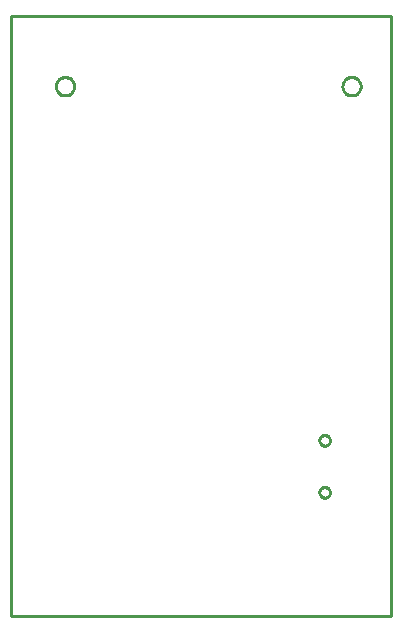
<source format=gbr>
G04 EAGLE Gerber RS-274X export*
G75*
%MOMM*%
%FSLAX34Y34*%
%LPD*%
%IN*%
%IPPOS*%
%AMOC8*
5,1,8,0,0,1.08239X$1,22.5*%
G01*
%ADD10C,0.254000*%


D10*
X0Y0D02*
X321310Y0D01*
X321310Y508000D01*
X0Y508000D01*
X0Y0D01*
X260930Y105295D02*
X261007Y105880D01*
X261160Y106450D01*
X261385Y106995D01*
X261680Y107505D01*
X262039Y107973D01*
X262457Y108391D01*
X262925Y108750D01*
X263435Y109045D01*
X263980Y109270D01*
X264550Y109423D01*
X265135Y109500D01*
X265725Y109500D01*
X266310Y109423D01*
X266880Y109270D01*
X267425Y109045D01*
X267935Y108750D01*
X268403Y108391D01*
X268821Y107973D01*
X269180Y107505D01*
X269475Y106995D01*
X269700Y106450D01*
X269853Y105880D01*
X269930Y105295D01*
X269930Y104705D01*
X269853Y104120D01*
X269700Y103550D01*
X269475Y103005D01*
X269180Y102495D01*
X268821Y102027D01*
X268403Y101609D01*
X267935Y101250D01*
X267425Y100955D01*
X266880Y100730D01*
X266310Y100577D01*
X265725Y100500D01*
X265135Y100500D01*
X264550Y100577D01*
X263980Y100730D01*
X263435Y100955D01*
X262925Y101250D01*
X262457Y101609D01*
X262039Y102027D01*
X261680Y102495D01*
X261385Y103005D01*
X261160Y103550D01*
X261007Y104120D01*
X260930Y104705D01*
X260930Y105295D01*
X260930Y149295D02*
X261007Y149880D01*
X261160Y150450D01*
X261385Y150995D01*
X261680Y151505D01*
X262039Y151973D01*
X262457Y152391D01*
X262925Y152750D01*
X263435Y153045D01*
X263980Y153270D01*
X264550Y153423D01*
X265135Y153500D01*
X265725Y153500D01*
X266310Y153423D01*
X266880Y153270D01*
X267425Y153045D01*
X267935Y152750D01*
X268403Y152391D01*
X268821Y151973D01*
X269180Y151505D01*
X269475Y150995D01*
X269700Y150450D01*
X269853Y149880D01*
X269930Y149295D01*
X269930Y148705D01*
X269853Y148120D01*
X269700Y147550D01*
X269475Y147005D01*
X269180Y146495D01*
X268821Y146027D01*
X268403Y145609D01*
X267935Y145250D01*
X267425Y144955D01*
X266880Y144730D01*
X266310Y144577D01*
X265725Y144500D01*
X265135Y144500D01*
X264550Y144577D01*
X263980Y144730D01*
X263435Y144955D01*
X262925Y145250D01*
X262457Y145609D01*
X262039Y146027D01*
X261680Y146495D01*
X261385Y147005D01*
X261160Y147550D01*
X261007Y148120D01*
X260930Y148705D01*
X260930Y149295D01*
X46081Y456650D02*
X46839Y456575D01*
X47585Y456427D01*
X48314Y456206D01*
X49018Y455914D01*
X49689Y455555D01*
X50322Y455132D01*
X50911Y454649D01*
X51449Y454111D01*
X51932Y453522D01*
X52355Y452889D01*
X52714Y452218D01*
X53006Y451514D01*
X53227Y450785D01*
X53375Y450039D01*
X53450Y449281D01*
X53450Y448519D01*
X53375Y447761D01*
X53227Y447015D01*
X53006Y446286D01*
X52714Y445582D01*
X52355Y444911D01*
X51932Y444278D01*
X51449Y443689D01*
X50911Y443151D01*
X50322Y442668D01*
X49689Y442245D01*
X49018Y441886D01*
X48314Y441594D01*
X47585Y441373D01*
X46839Y441225D01*
X46081Y441150D01*
X45319Y441150D01*
X44561Y441225D01*
X43815Y441373D01*
X43086Y441594D01*
X42382Y441886D01*
X41711Y442245D01*
X41078Y442668D01*
X40489Y443151D01*
X39951Y443689D01*
X39468Y444278D01*
X39045Y444911D01*
X38686Y445582D01*
X38394Y446286D01*
X38173Y447015D01*
X38025Y447761D01*
X37950Y448519D01*
X37950Y449281D01*
X38025Y450039D01*
X38173Y450785D01*
X38394Y451514D01*
X38686Y452218D01*
X39045Y452889D01*
X39468Y453522D01*
X39951Y454111D01*
X40489Y454649D01*
X41078Y455132D01*
X41711Y455555D01*
X42382Y455914D01*
X43086Y456206D01*
X43815Y456427D01*
X44561Y456575D01*
X45319Y456650D01*
X46081Y456650D01*
X288681Y456650D02*
X289439Y456575D01*
X290185Y456427D01*
X290914Y456206D01*
X291618Y455914D01*
X292289Y455555D01*
X292922Y455132D01*
X293511Y454649D01*
X294049Y454111D01*
X294532Y453522D01*
X294955Y452889D01*
X295314Y452218D01*
X295606Y451514D01*
X295827Y450785D01*
X295975Y450039D01*
X296050Y449281D01*
X296050Y448519D01*
X295975Y447761D01*
X295827Y447015D01*
X295606Y446286D01*
X295314Y445582D01*
X294955Y444911D01*
X294532Y444278D01*
X294049Y443689D01*
X293511Y443151D01*
X292922Y442668D01*
X292289Y442245D01*
X291618Y441886D01*
X290914Y441594D01*
X290185Y441373D01*
X289439Y441225D01*
X288681Y441150D01*
X287919Y441150D01*
X287161Y441225D01*
X286415Y441373D01*
X285686Y441594D01*
X284982Y441886D01*
X284311Y442245D01*
X283678Y442668D01*
X283089Y443151D01*
X282551Y443689D01*
X282068Y444278D01*
X281645Y444911D01*
X281286Y445582D01*
X280994Y446286D01*
X280773Y447015D01*
X280625Y447761D01*
X280550Y448519D01*
X280550Y449281D01*
X280625Y450039D01*
X280773Y450785D01*
X280994Y451514D01*
X281286Y452218D01*
X281645Y452889D01*
X282068Y453522D01*
X282551Y454111D01*
X283089Y454649D01*
X283678Y455132D01*
X284311Y455555D01*
X284982Y455914D01*
X285686Y456206D01*
X286415Y456427D01*
X287161Y456575D01*
X287919Y456650D01*
X288681Y456650D01*
M02*

</source>
